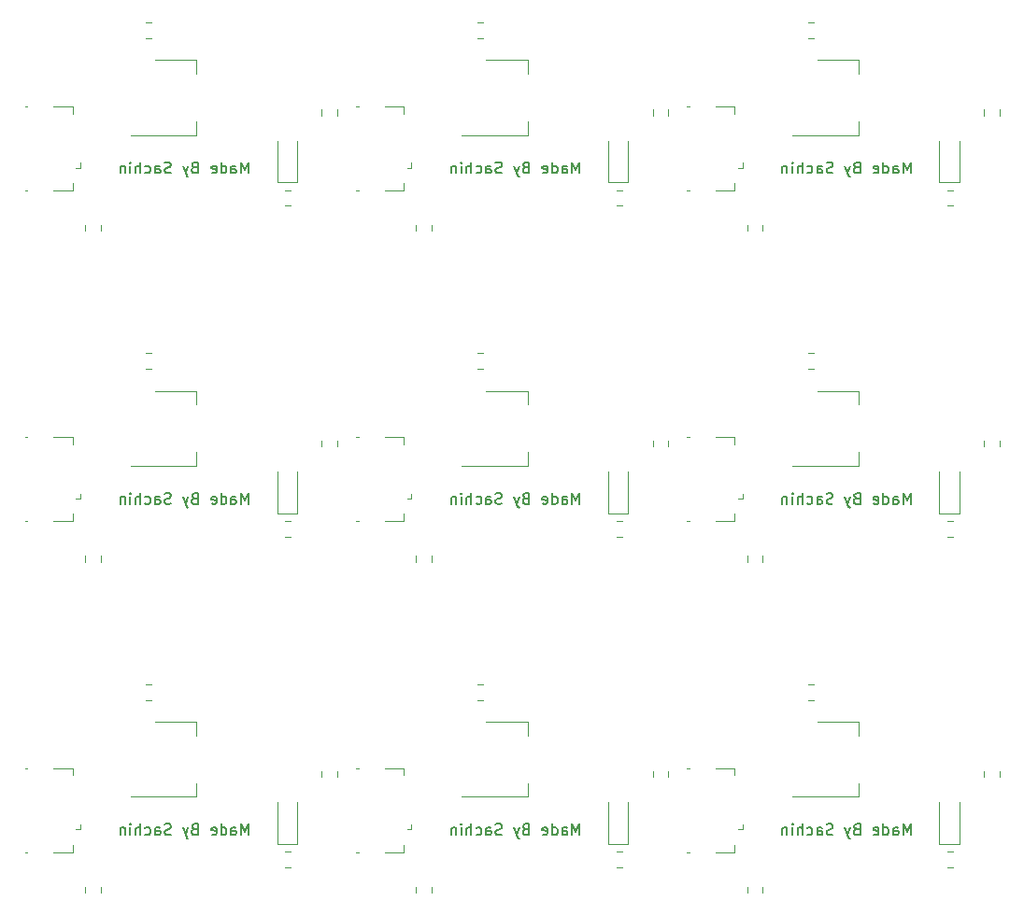
<source format=gbr>
G04 #@! TF.GenerationSoftware,KiCad,Pcbnew,5.1.4+dfsg1-1~bpo10+1*
G04 #@! TF.CreationDate,2022-07-23T13:57:56+05:30*
G04 #@! TF.ProjectId,Bolt my,426f6c74-206d-4792-9e6b-696361645f70,1.0*
G04 #@! TF.SameCoordinates,Original*
G04 #@! TF.FileFunction,Legend,Bot*
G04 #@! TF.FilePolarity,Positive*
%FSLAX46Y46*%
G04 Gerber Fmt 4.6, Leading zero omitted, Abs format (unit mm)*
G04 Created by KiCad (PCBNEW 5.1.4+dfsg1-1~bpo10+1) date 2022-07-23 13:57:56*
%MOMM*%
%LPD*%
G04 APERTURE LIST*
%ADD10C,0.150000*%
%ADD11C,0.120000*%
G04 APERTURE END LIST*
D10*
X98189523Y-95032380D02*
X98189523Y-94032380D01*
X97856190Y-94746666D01*
X97522857Y-94032380D01*
X97522857Y-95032380D01*
X96618095Y-95032380D02*
X96618095Y-94508571D01*
X96665714Y-94413333D01*
X96760952Y-94365714D01*
X96951428Y-94365714D01*
X97046666Y-94413333D01*
X96618095Y-94984761D02*
X96713333Y-95032380D01*
X96951428Y-95032380D01*
X97046666Y-94984761D01*
X97094285Y-94889523D01*
X97094285Y-94794285D01*
X97046666Y-94699047D01*
X96951428Y-94651428D01*
X96713333Y-94651428D01*
X96618095Y-94603809D01*
X95713333Y-95032380D02*
X95713333Y-94032380D01*
X95713333Y-94984761D02*
X95808571Y-95032380D01*
X95999047Y-95032380D01*
X96094285Y-94984761D01*
X96141904Y-94937142D01*
X96189523Y-94841904D01*
X96189523Y-94556190D01*
X96141904Y-94460952D01*
X96094285Y-94413333D01*
X95999047Y-94365714D01*
X95808571Y-94365714D01*
X95713333Y-94413333D01*
X94856190Y-94984761D02*
X94951428Y-95032380D01*
X95141904Y-95032380D01*
X95237142Y-94984761D01*
X95284761Y-94889523D01*
X95284761Y-94508571D01*
X95237142Y-94413333D01*
X95141904Y-94365714D01*
X94951428Y-94365714D01*
X94856190Y-94413333D01*
X94808571Y-94508571D01*
X94808571Y-94603809D01*
X95284761Y-94699047D01*
X93284761Y-94508571D02*
X93141904Y-94556190D01*
X93094285Y-94603809D01*
X93046666Y-94699047D01*
X93046666Y-94841904D01*
X93094285Y-94937142D01*
X93141904Y-94984761D01*
X93237142Y-95032380D01*
X93618095Y-95032380D01*
X93618095Y-94032380D01*
X93284761Y-94032380D01*
X93189523Y-94080000D01*
X93141904Y-94127619D01*
X93094285Y-94222857D01*
X93094285Y-94318095D01*
X93141904Y-94413333D01*
X93189523Y-94460952D01*
X93284761Y-94508571D01*
X93618095Y-94508571D01*
X92713333Y-94365714D02*
X92475238Y-95032380D01*
X92237142Y-94365714D02*
X92475238Y-95032380D01*
X92570476Y-95270476D01*
X92618095Y-95318095D01*
X92713333Y-95365714D01*
X91141904Y-94984761D02*
X90999047Y-95032380D01*
X90760952Y-95032380D01*
X90665714Y-94984761D01*
X90618095Y-94937142D01*
X90570476Y-94841904D01*
X90570476Y-94746666D01*
X90618095Y-94651428D01*
X90665714Y-94603809D01*
X90760952Y-94556190D01*
X90951428Y-94508571D01*
X91046666Y-94460952D01*
X91094285Y-94413333D01*
X91141904Y-94318095D01*
X91141904Y-94222857D01*
X91094285Y-94127619D01*
X91046666Y-94080000D01*
X90951428Y-94032380D01*
X90713333Y-94032380D01*
X90570476Y-94080000D01*
X89713333Y-95032380D02*
X89713333Y-94508571D01*
X89760952Y-94413333D01*
X89856190Y-94365714D01*
X90046666Y-94365714D01*
X90141904Y-94413333D01*
X89713333Y-94984761D02*
X89808571Y-95032380D01*
X90046666Y-95032380D01*
X90141904Y-94984761D01*
X90189523Y-94889523D01*
X90189523Y-94794285D01*
X90141904Y-94699047D01*
X90046666Y-94651428D01*
X89808571Y-94651428D01*
X89713333Y-94603809D01*
X88808571Y-94984761D02*
X88903809Y-95032380D01*
X89094285Y-95032380D01*
X89189523Y-94984761D01*
X89237142Y-94937142D01*
X89284761Y-94841904D01*
X89284761Y-94556190D01*
X89237142Y-94460952D01*
X89189523Y-94413333D01*
X89094285Y-94365714D01*
X88903809Y-94365714D01*
X88808571Y-94413333D01*
X88380000Y-95032380D02*
X88380000Y-94032380D01*
X87951428Y-95032380D02*
X87951428Y-94508571D01*
X87999047Y-94413333D01*
X88094285Y-94365714D01*
X88237142Y-94365714D01*
X88332380Y-94413333D01*
X88380000Y-94460952D01*
X87475238Y-95032380D02*
X87475238Y-94365714D01*
X87475238Y-94032380D02*
X87522857Y-94080000D01*
X87475238Y-94127619D01*
X87427619Y-94080000D01*
X87475238Y-94032380D01*
X87475238Y-94127619D01*
X86999047Y-94365714D02*
X86999047Y-95032380D01*
X86999047Y-94460952D02*
X86951428Y-94413333D01*
X86856190Y-94365714D01*
X86713333Y-94365714D01*
X86618095Y-94413333D01*
X86570476Y-94508571D01*
X86570476Y-95032380D01*
X98189523Y-65032380D02*
X98189523Y-64032380D01*
X97856190Y-64746666D01*
X97522857Y-64032380D01*
X97522857Y-65032380D01*
X96618095Y-65032380D02*
X96618095Y-64508571D01*
X96665714Y-64413333D01*
X96760952Y-64365714D01*
X96951428Y-64365714D01*
X97046666Y-64413333D01*
X96618095Y-64984761D02*
X96713333Y-65032380D01*
X96951428Y-65032380D01*
X97046666Y-64984761D01*
X97094285Y-64889523D01*
X97094285Y-64794285D01*
X97046666Y-64699047D01*
X96951428Y-64651428D01*
X96713333Y-64651428D01*
X96618095Y-64603809D01*
X95713333Y-65032380D02*
X95713333Y-64032380D01*
X95713333Y-64984761D02*
X95808571Y-65032380D01*
X95999047Y-65032380D01*
X96094285Y-64984761D01*
X96141904Y-64937142D01*
X96189523Y-64841904D01*
X96189523Y-64556190D01*
X96141904Y-64460952D01*
X96094285Y-64413333D01*
X95999047Y-64365714D01*
X95808571Y-64365714D01*
X95713333Y-64413333D01*
X94856190Y-64984761D02*
X94951428Y-65032380D01*
X95141904Y-65032380D01*
X95237142Y-64984761D01*
X95284761Y-64889523D01*
X95284761Y-64508571D01*
X95237142Y-64413333D01*
X95141904Y-64365714D01*
X94951428Y-64365714D01*
X94856190Y-64413333D01*
X94808571Y-64508571D01*
X94808571Y-64603809D01*
X95284761Y-64699047D01*
X93284761Y-64508571D02*
X93141904Y-64556190D01*
X93094285Y-64603809D01*
X93046666Y-64699047D01*
X93046666Y-64841904D01*
X93094285Y-64937142D01*
X93141904Y-64984761D01*
X93237142Y-65032380D01*
X93618095Y-65032380D01*
X93618095Y-64032380D01*
X93284761Y-64032380D01*
X93189523Y-64080000D01*
X93141904Y-64127619D01*
X93094285Y-64222857D01*
X93094285Y-64318095D01*
X93141904Y-64413333D01*
X93189523Y-64460952D01*
X93284761Y-64508571D01*
X93618095Y-64508571D01*
X92713333Y-64365714D02*
X92475238Y-65032380D01*
X92237142Y-64365714D02*
X92475238Y-65032380D01*
X92570476Y-65270476D01*
X92618095Y-65318095D01*
X92713333Y-65365714D01*
X91141904Y-64984761D02*
X90999047Y-65032380D01*
X90760952Y-65032380D01*
X90665714Y-64984761D01*
X90618095Y-64937142D01*
X90570476Y-64841904D01*
X90570476Y-64746666D01*
X90618095Y-64651428D01*
X90665714Y-64603809D01*
X90760952Y-64556190D01*
X90951428Y-64508571D01*
X91046666Y-64460952D01*
X91094285Y-64413333D01*
X91141904Y-64318095D01*
X91141904Y-64222857D01*
X91094285Y-64127619D01*
X91046666Y-64080000D01*
X90951428Y-64032380D01*
X90713333Y-64032380D01*
X90570476Y-64080000D01*
X89713333Y-65032380D02*
X89713333Y-64508571D01*
X89760952Y-64413333D01*
X89856190Y-64365714D01*
X90046666Y-64365714D01*
X90141904Y-64413333D01*
X89713333Y-64984761D02*
X89808571Y-65032380D01*
X90046666Y-65032380D01*
X90141904Y-64984761D01*
X90189523Y-64889523D01*
X90189523Y-64794285D01*
X90141904Y-64699047D01*
X90046666Y-64651428D01*
X89808571Y-64651428D01*
X89713333Y-64603809D01*
X88808571Y-64984761D02*
X88903809Y-65032380D01*
X89094285Y-65032380D01*
X89189523Y-64984761D01*
X89237142Y-64937142D01*
X89284761Y-64841904D01*
X89284761Y-64556190D01*
X89237142Y-64460952D01*
X89189523Y-64413333D01*
X89094285Y-64365714D01*
X88903809Y-64365714D01*
X88808571Y-64413333D01*
X88380000Y-65032380D02*
X88380000Y-64032380D01*
X87951428Y-65032380D02*
X87951428Y-64508571D01*
X87999047Y-64413333D01*
X88094285Y-64365714D01*
X88237142Y-64365714D01*
X88332380Y-64413333D01*
X88380000Y-64460952D01*
X87475238Y-65032380D02*
X87475238Y-64365714D01*
X87475238Y-64032380D02*
X87522857Y-64080000D01*
X87475238Y-64127619D01*
X87427619Y-64080000D01*
X87475238Y-64032380D01*
X87475238Y-64127619D01*
X86999047Y-64365714D02*
X86999047Y-65032380D01*
X86999047Y-64460952D02*
X86951428Y-64413333D01*
X86856190Y-64365714D01*
X86713333Y-64365714D01*
X86618095Y-64413333D01*
X86570476Y-64508571D01*
X86570476Y-65032380D01*
X98189523Y-35032380D02*
X98189523Y-34032380D01*
X97856190Y-34746666D01*
X97522857Y-34032380D01*
X97522857Y-35032380D01*
X96618095Y-35032380D02*
X96618095Y-34508571D01*
X96665714Y-34413333D01*
X96760952Y-34365714D01*
X96951428Y-34365714D01*
X97046666Y-34413333D01*
X96618095Y-34984761D02*
X96713333Y-35032380D01*
X96951428Y-35032380D01*
X97046666Y-34984761D01*
X97094285Y-34889523D01*
X97094285Y-34794285D01*
X97046666Y-34699047D01*
X96951428Y-34651428D01*
X96713333Y-34651428D01*
X96618095Y-34603809D01*
X95713333Y-35032380D02*
X95713333Y-34032380D01*
X95713333Y-34984761D02*
X95808571Y-35032380D01*
X95999047Y-35032380D01*
X96094285Y-34984761D01*
X96141904Y-34937142D01*
X96189523Y-34841904D01*
X96189523Y-34556190D01*
X96141904Y-34460952D01*
X96094285Y-34413333D01*
X95999047Y-34365714D01*
X95808571Y-34365714D01*
X95713333Y-34413333D01*
X94856190Y-34984761D02*
X94951428Y-35032380D01*
X95141904Y-35032380D01*
X95237142Y-34984761D01*
X95284761Y-34889523D01*
X95284761Y-34508571D01*
X95237142Y-34413333D01*
X95141904Y-34365714D01*
X94951428Y-34365714D01*
X94856190Y-34413333D01*
X94808571Y-34508571D01*
X94808571Y-34603809D01*
X95284761Y-34699047D01*
X93284761Y-34508571D02*
X93141904Y-34556190D01*
X93094285Y-34603809D01*
X93046666Y-34699047D01*
X93046666Y-34841904D01*
X93094285Y-34937142D01*
X93141904Y-34984761D01*
X93237142Y-35032380D01*
X93618095Y-35032380D01*
X93618095Y-34032380D01*
X93284761Y-34032380D01*
X93189523Y-34080000D01*
X93141904Y-34127619D01*
X93094285Y-34222857D01*
X93094285Y-34318095D01*
X93141904Y-34413333D01*
X93189523Y-34460952D01*
X93284761Y-34508571D01*
X93618095Y-34508571D01*
X92713333Y-34365714D02*
X92475238Y-35032380D01*
X92237142Y-34365714D02*
X92475238Y-35032380D01*
X92570476Y-35270476D01*
X92618095Y-35318095D01*
X92713333Y-35365714D01*
X91141904Y-34984761D02*
X90999047Y-35032380D01*
X90760952Y-35032380D01*
X90665714Y-34984761D01*
X90618095Y-34937142D01*
X90570476Y-34841904D01*
X90570476Y-34746666D01*
X90618095Y-34651428D01*
X90665714Y-34603809D01*
X90760952Y-34556190D01*
X90951428Y-34508571D01*
X91046666Y-34460952D01*
X91094285Y-34413333D01*
X91141904Y-34318095D01*
X91141904Y-34222857D01*
X91094285Y-34127619D01*
X91046666Y-34080000D01*
X90951428Y-34032380D01*
X90713333Y-34032380D01*
X90570476Y-34080000D01*
X89713333Y-35032380D02*
X89713333Y-34508571D01*
X89760952Y-34413333D01*
X89856190Y-34365714D01*
X90046666Y-34365714D01*
X90141904Y-34413333D01*
X89713333Y-34984761D02*
X89808571Y-35032380D01*
X90046666Y-35032380D01*
X90141904Y-34984761D01*
X90189523Y-34889523D01*
X90189523Y-34794285D01*
X90141904Y-34699047D01*
X90046666Y-34651428D01*
X89808571Y-34651428D01*
X89713333Y-34603809D01*
X88808571Y-34984761D02*
X88903809Y-35032380D01*
X89094285Y-35032380D01*
X89189523Y-34984761D01*
X89237142Y-34937142D01*
X89284761Y-34841904D01*
X89284761Y-34556190D01*
X89237142Y-34460952D01*
X89189523Y-34413333D01*
X89094285Y-34365714D01*
X88903809Y-34365714D01*
X88808571Y-34413333D01*
X88380000Y-35032380D02*
X88380000Y-34032380D01*
X87951428Y-35032380D02*
X87951428Y-34508571D01*
X87999047Y-34413333D01*
X88094285Y-34365714D01*
X88237142Y-34365714D01*
X88332380Y-34413333D01*
X88380000Y-34460952D01*
X87475238Y-35032380D02*
X87475238Y-34365714D01*
X87475238Y-34032380D02*
X87522857Y-34080000D01*
X87475238Y-34127619D01*
X87427619Y-34080000D01*
X87475238Y-34032380D01*
X87475238Y-34127619D01*
X86999047Y-34365714D02*
X86999047Y-35032380D01*
X86999047Y-34460952D02*
X86951428Y-34413333D01*
X86856190Y-34365714D01*
X86713333Y-34365714D01*
X86618095Y-34413333D01*
X86570476Y-34508571D01*
X86570476Y-35032380D01*
X68189523Y-95032380D02*
X68189523Y-94032380D01*
X67856190Y-94746666D01*
X67522857Y-94032380D01*
X67522857Y-95032380D01*
X66618095Y-95032380D02*
X66618095Y-94508571D01*
X66665714Y-94413333D01*
X66760952Y-94365714D01*
X66951428Y-94365714D01*
X67046666Y-94413333D01*
X66618095Y-94984761D02*
X66713333Y-95032380D01*
X66951428Y-95032380D01*
X67046666Y-94984761D01*
X67094285Y-94889523D01*
X67094285Y-94794285D01*
X67046666Y-94699047D01*
X66951428Y-94651428D01*
X66713333Y-94651428D01*
X66618095Y-94603809D01*
X65713333Y-95032380D02*
X65713333Y-94032380D01*
X65713333Y-94984761D02*
X65808571Y-95032380D01*
X65999047Y-95032380D01*
X66094285Y-94984761D01*
X66141904Y-94937142D01*
X66189523Y-94841904D01*
X66189523Y-94556190D01*
X66141904Y-94460952D01*
X66094285Y-94413333D01*
X65999047Y-94365714D01*
X65808571Y-94365714D01*
X65713333Y-94413333D01*
X64856190Y-94984761D02*
X64951428Y-95032380D01*
X65141904Y-95032380D01*
X65237142Y-94984761D01*
X65284761Y-94889523D01*
X65284761Y-94508571D01*
X65237142Y-94413333D01*
X65141904Y-94365714D01*
X64951428Y-94365714D01*
X64856190Y-94413333D01*
X64808571Y-94508571D01*
X64808571Y-94603809D01*
X65284761Y-94699047D01*
X63284761Y-94508571D02*
X63141904Y-94556190D01*
X63094285Y-94603809D01*
X63046666Y-94699047D01*
X63046666Y-94841904D01*
X63094285Y-94937142D01*
X63141904Y-94984761D01*
X63237142Y-95032380D01*
X63618095Y-95032380D01*
X63618095Y-94032380D01*
X63284761Y-94032380D01*
X63189523Y-94080000D01*
X63141904Y-94127619D01*
X63094285Y-94222857D01*
X63094285Y-94318095D01*
X63141904Y-94413333D01*
X63189523Y-94460952D01*
X63284761Y-94508571D01*
X63618095Y-94508571D01*
X62713333Y-94365714D02*
X62475238Y-95032380D01*
X62237142Y-94365714D02*
X62475238Y-95032380D01*
X62570476Y-95270476D01*
X62618095Y-95318095D01*
X62713333Y-95365714D01*
X61141904Y-94984761D02*
X60999047Y-95032380D01*
X60760952Y-95032380D01*
X60665714Y-94984761D01*
X60618095Y-94937142D01*
X60570476Y-94841904D01*
X60570476Y-94746666D01*
X60618095Y-94651428D01*
X60665714Y-94603809D01*
X60760952Y-94556190D01*
X60951428Y-94508571D01*
X61046666Y-94460952D01*
X61094285Y-94413333D01*
X61141904Y-94318095D01*
X61141904Y-94222857D01*
X61094285Y-94127619D01*
X61046666Y-94080000D01*
X60951428Y-94032380D01*
X60713333Y-94032380D01*
X60570476Y-94080000D01*
X59713333Y-95032380D02*
X59713333Y-94508571D01*
X59760952Y-94413333D01*
X59856190Y-94365714D01*
X60046666Y-94365714D01*
X60141904Y-94413333D01*
X59713333Y-94984761D02*
X59808571Y-95032380D01*
X60046666Y-95032380D01*
X60141904Y-94984761D01*
X60189523Y-94889523D01*
X60189523Y-94794285D01*
X60141904Y-94699047D01*
X60046666Y-94651428D01*
X59808571Y-94651428D01*
X59713333Y-94603809D01*
X58808571Y-94984761D02*
X58903809Y-95032380D01*
X59094285Y-95032380D01*
X59189523Y-94984761D01*
X59237142Y-94937142D01*
X59284761Y-94841904D01*
X59284761Y-94556190D01*
X59237142Y-94460952D01*
X59189523Y-94413333D01*
X59094285Y-94365714D01*
X58903809Y-94365714D01*
X58808571Y-94413333D01*
X58380000Y-95032380D02*
X58380000Y-94032380D01*
X57951428Y-95032380D02*
X57951428Y-94508571D01*
X57999047Y-94413333D01*
X58094285Y-94365714D01*
X58237142Y-94365714D01*
X58332380Y-94413333D01*
X58380000Y-94460952D01*
X57475238Y-95032380D02*
X57475238Y-94365714D01*
X57475238Y-94032380D02*
X57522857Y-94080000D01*
X57475238Y-94127619D01*
X57427619Y-94080000D01*
X57475238Y-94032380D01*
X57475238Y-94127619D01*
X56999047Y-94365714D02*
X56999047Y-95032380D01*
X56999047Y-94460952D02*
X56951428Y-94413333D01*
X56856190Y-94365714D01*
X56713333Y-94365714D01*
X56618095Y-94413333D01*
X56570476Y-94508571D01*
X56570476Y-95032380D01*
X68189523Y-65032380D02*
X68189523Y-64032380D01*
X67856190Y-64746666D01*
X67522857Y-64032380D01*
X67522857Y-65032380D01*
X66618095Y-65032380D02*
X66618095Y-64508571D01*
X66665714Y-64413333D01*
X66760952Y-64365714D01*
X66951428Y-64365714D01*
X67046666Y-64413333D01*
X66618095Y-64984761D02*
X66713333Y-65032380D01*
X66951428Y-65032380D01*
X67046666Y-64984761D01*
X67094285Y-64889523D01*
X67094285Y-64794285D01*
X67046666Y-64699047D01*
X66951428Y-64651428D01*
X66713333Y-64651428D01*
X66618095Y-64603809D01*
X65713333Y-65032380D02*
X65713333Y-64032380D01*
X65713333Y-64984761D02*
X65808571Y-65032380D01*
X65999047Y-65032380D01*
X66094285Y-64984761D01*
X66141904Y-64937142D01*
X66189523Y-64841904D01*
X66189523Y-64556190D01*
X66141904Y-64460952D01*
X66094285Y-64413333D01*
X65999047Y-64365714D01*
X65808571Y-64365714D01*
X65713333Y-64413333D01*
X64856190Y-64984761D02*
X64951428Y-65032380D01*
X65141904Y-65032380D01*
X65237142Y-64984761D01*
X65284761Y-64889523D01*
X65284761Y-64508571D01*
X65237142Y-64413333D01*
X65141904Y-64365714D01*
X64951428Y-64365714D01*
X64856190Y-64413333D01*
X64808571Y-64508571D01*
X64808571Y-64603809D01*
X65284761Y-64699047D01*
X63284761Y-64508571D02*
X63141904Y-64556190D01*
X63094285Y-64603809D01*
X63046666Y-64699047D01*
X63046666Y-64841904D01*
X63094285Y-64937142D01*
X63141904Y-64984761D01*
X63237142Y-65032380D01*
X63618095Y-65032380D01*
X63618095Y-64032380D01*
X63284761Y-64032380D01*
X63189523Y-64080000D01*
X63141904Y-64127619D01*
X63094285Y-64222857D01*
X63094285Y-64318095D01*
X63141904Y-64413333D01*
X63189523Y-64460952D01*
X63284761Y-64508571D01*
X63618095Y-64508571D01*
X62713333Y-64365714D02*
X62475238Y-65032380D01*
X62237142Y-64365714D02*
X62475238Y-65032380D01*
X62570476Y-65270476D01*
X62618095Y-65318095D01*
X62713333Y-65365714D01*
X61141904Y-64984761D02*
X60999047Y-65032380D01*
X60760952Y-65032380D01*
X60665714Y-64984761D01*
X60618095Y-64937142D01*
X60570476Y-64841904D01*
X60570476Y-64746666D01*
X60618095Y-64651428D01*
X60665714Y-64603809D01*
X60760952Y-64556190D01*
X60951428Y-64508571D01*
X61046666Y-64460952D01*
X61094285Y-64413333D01*
X61141904Y-64318095D01*
X61141904Y-64222857D01*
X61094285Y-64127619D01*
X61046666Y-64080000D01*
X60951428Y-64032380D01*
X60713333Y-64032380D01*
X60570476Y-64080000D01*
X59713333Y-65032380D02*
X59713333Y-64508571D01*
X59760952Y-64413333D01*
X59856190Y-64365714D01*
X60046666Y-64365714D01*
X60141904Y-64413333D01*
X59713333Y-64984761D02*
X59808571Y-65032380D01*
X60046666Y-65032380D01*
X60141904Y-64984761D01*
X60189523Y-64889523D01*
X60189523Y-64794285D01*
X60141904Y-64699047D01*
X60046666Y-64651428D01*
X59808571Y-64651428D01*
X59713333Y-64603809D01*
X58808571Y-64984761D02*
X58903809Y-65032380D01*
X59094285Y-65032380D01*
X59189523Y-64984761D01*
X59237142Y-64937142D01*
X59284761Y-64841904D01*
X59284761Y-64556190D01*
X59237142Y-64460952D01*
X59189523Y-64413333D01*
X59094285Y-64365714D01*
X58903809Y-64365714D01*
X58808571Y-64413333D01*
X58380000Y-65032380D02*
X58380000Y-64032380D01*
X57951428Y-65032380D02*
X57951428Y-64508571D01*
X57999047Y-64413333D01*
X58094285Y-64365714D01*
X58237142Y-64365714D01*
X58332380Y-64413333D01*
X58380000Y-64460952D01*
X57475238Y-65032380D02*
X57475238Y-64365714D01*
X57475238Y-64032380D02*
X57522857Y-64080000D01*
X57475238Y-64127619D01*
X57427619Y-64080000D01*
X57475238Y-64032380D01*
X57475238Y-64127619D01*
X56999047Y-64365714D02*
X56999047Y-65032380D01*
X56999047Y-64460952D02*
X56951428Y-64413333D01*
X56856190Y-64365714D01*
X56713333Y-64365714D01*
X56618095Y-64413333D01*
X56570476Y-64508571D01*
X56570476Y-65032380D01*
X68189523Y-35032380D02*
X68189523Y-34032380D01*
X67856190Y-34746666D01*
X67522857Y-34032380D01*
X67522857Y-35032380D01*
X66618095Y-35032380D02*
X66618095Y-34508571D01*
X66665714Y-34413333D01*
X66760952Y-34365714D01*
X66951428Y-34365714D01*
X67046666Y-34413333D01*
X66618095Y-34984761D02*
X66713333Y-35032380D01*
X66951428Y-35032380D01*
X67046666Y-34984761D01*
X67094285Y-34889523D01*
X67094285Y-34794285D01*
X67046666Y-34699047D01*
X66951428Y-34651428D01*
X66713333Y-34651428D01*
X66618095Y-34603809D01*
X65713333Y-35032380D02*
X65713333Y-34032380D01*
X65713333Y-34984761D02*
X65808571Y-35032380D01*
X65999047Y-35032380D01*
X66094285Y-34984761D01*
X66141904Y-34937142D01*
X66189523Y-34841904D01*
X66189523Y-34556190D01*
X66141904Y-34460952D01*
X66094285Y-34413333D01*
X65999047Y-34365714D01*
X65808571Y-34365714D01*
X65713333Y-34413333D01*
X64856190Y-34984761D02*
X64951428Y-35032380D01*
X65141904Y-35032380D01*
X65237142Y-34984761D01*
X65284761Y-34889523D01*
X65284761Y-34508571D01*
X65237142Y-34413333D01*
X65141904Y-34365714D01*
X64951428Y-34365714D01*
X64856190Y-34413333D01*
X64808571Y-34508571D01*
X64808571Y-34603809D01*
X65284761Y-34699047D01*
X63284761Y-34508571D02*
X63141904Y-34556190D01*
X63094285Y-34603809D01*
X63046666Y-34699047D01*
X63046666Y-34841904D01*
X63094285Y-34937142D01*
X63141904Y-34984761D01*
X63237142Y-35032380D01*
X63618095Y-35032380D01*
X63618095Y-34032380D01*
X63284761Y-34032380D01*
X63189523Y-34080000D01*
X63141904Y-34127619D01*
X63094285Y-34222857D01*
X63094285Y-34318095D01*
X63141904Y-34413333D01*
X63189523Y-34460952D01*
X63284761Y-34508571D01*
X63618095Y-34508571D01*
X62713333Y-34365714D02*
X62475238Y-35032380D01*
X62237142Y-34365714D02*
X62475238Y-35032380D01*
X62570476Y-35270476D01*
X62618095Y-35318095D01*
X62713333Y-35365714D01*
X61141904Y-34984761D02*
X60999047Y-35032380D01*
X60760952Y-35032380D01*
X60665714Y-34984761D01*
X60618095Y-34937142D01*
X60570476Y-34841904D01*
X60570476Y-34746666D01*
X60618095Y-34651428D01*
X60665714Y-34603809D01*
X60760952Y-34556190D01*
X60951428Y-34508571D01*
X61046666Y-34460952D01*
X61094285Y-34413333D01*
X61141904Y-34318095D01*
X61141904Y-34222857D01*
X61094285Y-34127619D01*
X61046666Y-34080000D01*
X60951428Y-34032380D01*
X60713333Y-34032380D01*
X60570476Y-34080000D01*
X59713333Y-35032380D02*
X59713333Y-34508571D01*
X59760952Y-34413333D01*
X59856190Y-34365714D01*
X60046666Y-34365714D01*
X60141904Y-34413333D01*
X59713333Y-34984761D02*
X59808571Y-35032380D01*
X60046666Y-35032380D01*
X60141904Y-34984761D01*
X60189523Y-34889523D01*
X60189523Y-34794285D01*
X60141904Y-34699047D01*
X60046666Y-34651428D01*
X59808571Y-34651428D01*
X59713333Y-34603809D01*
X58808571Y-34984761D02*
X58903809Y-35032380D01*
X59094285Y-35032380D01*
X59189523Y-34984761D01*
X59237142Y-34937142D01*
X59284761Y-34841904D01*
X59284761Y-34556190D01*
X59237142Y-34460952D01*
X59189523Y-34413333D01*
X59094285Y-34365714D01*
X58903809Y-34365714D01*
X58808571Y-34413333D01*
X58380000Y-35032380D02*
X58380000Y-34032380D01*
X57951428Y-35032380D02*
X57951428Y-34508571D01*
X57999047Y-34413333D01*
X58094285Y-34365714D01*
X58237142Y-34365714D01*
X58332380Y-34413333D01*
X58380000Y-34460952D01*
X57475238Y-35032380D02*
X57475238Y-34365714D01*
X57475238Y-34032380D02*
X57522857Y-34080000D01*
X57475238Y-34127619D01*
X57427619Y-34080000D01*
X57475238Y-34032380D01*
X57475238Y-34127619D01*
X56999047Y-34365714D02*
X56999047Y-35032380D01*
X56999047Y-34460952D02*
X56951428Y-34413333D01*
X56856190Y-34365714D01*
X56713333Y-34365714D01*
X56618095Y-34413333D01*
X56570476Y-34508571D01*
X56570476Y-35032380D01*
X38189523Y-95032380D02*
X38189523Y-94032380D01*
X37856190Y-94746666D01*
X37522857Y-94032380D01*
X37522857Y-95032380D01*
X36618095Y-95032380D02*
X36618095Y-94508571D01*
X36665714Y-94413333D01*
X36760952Y-94365714D01*
X36951428Y-94365714D01*
X37046666Y-94413333D01*
X36618095Y-94984761D02*
X36713333Y-95032380D01*
X36951428Y-95032380D01*
X37046666Y-94984761D01*
X37094285Y-94889523D01*
X37094285Y-94794285D01*
X37046666Y-94699047D01*
X36951428Y-94651428D01*
X36713333Y-94651428D01*
X36618095Y-94603809D01*
X35713333Y-95032380D02*
X35713333Y-94032380D01*
X35713333Y-94984761D02*
X35808571Y-95032380D01*
X35999047Y-95032380D01*
X36094285Y-94984761D01*
X36141904Y-94937142D01*
X36189523Y-94841904D01*
X36189523Y-94556190D01*
X36141904Y-94460952D01*
X36094285Y-94413333D01*
X35999047Y-94365714D01*
X35808571Y-94365714D01*
X35713333Y-94413333D01*
X34856190Y-94984761D02*
X34951428Y-95032380D01*
X35141904Y-95032380D01*
X35237142Y-94984761D01*
X35284761Y-94889523D01*
X35284761Y-94508571D01*
X35237142Y-94413333D01*
X35141904Y-94365714D01*
X34951428Y-94365714D01*
X34856190Y-94413333D01*
X34808571Y-94508571D01*
X34808571Y-94603809D01*
X35284761Y-94699047D01*
X33284761Y-94508571D02*
X33141904Y-94556190D01*
X33094285Y-94603809D01*
X33046666Y-94699047D01*
X33046666Y-94841904D01*
X33094285Y-94937142D01*
X33141904Y-94984761D01*
X33237142Y-95032380D01*
X33618095Y-95032380D01*
X33618095Y-94032380D01*
X33284761Y-94032380D01*
X33189523Y-94080000D01*
X33141904Y-94127619D01*
X33094285Y-94222857D01*
X33094285Y-94318095D01*
X33141904Y-94413333D01*
X33189523Y-94460952D01*
X33284761Y-94508571D01*
X33618095Y-94508571D01*
X32713333Y-94365714D02*
X32475238Y-95032380D01*
X32237142Y-94365714D02*
X32475238Y-95032380D01*
X32570476Y-95270476D01*
X32618095Y-95318095D01*
X32713333Y-95365714D01*
X31141904Y-94984761D02*
X30999047Y-95032380D01*
X30760952Y-95032380D01*
X30665714Y-94984761D01*
X30618095Y-94937142D01*
X30570476Y-94841904D01*
X30570476Y-94746666D01*
X30618095Y-94651428D01*
X30665714Y-94603809D01*
X30760952Y-94556190D01*
X30951428Y-94508571D01*
X31046666Y-94460952D01*
X31094285Y-94413333D01*
X31141904Y-94318095D01*
X31141904Y-94222857D01*
X31094285Y-94127619D01*
X31046666Y-94080000D01*
X30951428Y-94032380D01*
X30713333Y-94032380D01*
X30570476Y-94080000D01*
X29713333Y-95032380D02*
X29713333Y-94508571D01*
X29760952Y-94413333D01*
X29856190Y-94365714D01*
X30046666Y-94365714D01*
X30141904Y-94413333D01*
X29713333Y-94984761D02*
X29808571Y-95032380D01*
X30046666Y-95032380D01*
X30141904Y-94984761D01*
X30189523Y-94889523D01*
X30189523Y-94794285D01*
X30141904Y-94699047D01*
X30046666Y-94651428D01*
X29808571Y-94651428D01*
X29713333Y-94603809D01*
X28808571Y-94984761D02*
X28903809Y-95032380D01*
X29094285Y-95032380D01*
X29189523Y-94984761D01*
X29237142Y-94937142D01*
X29284761Y-94841904D01*
X29284761Y-94556190D01*
X29237142Y-94460952D01*
X29189523Y-94413333D01*
X29094285Y-94365714D01*
X28903809Y-94365714D01*
X28808571Y-94413333D01*
X28380000Y-95032380D02*
X28380000Y-94032380D01*
X27951428Y-95032380D02*
X27951428Y-94508571D01*
X27999047Y-94413333D01*
X28094285Y-94365714D01*
X28237142Y-94365714D01*
X28332380Y-94413333D01*
X28380000Y-94460952D01*
X27475238Y-95032380D02*
X27475238Y-94365714D01*
X27475238Y-94032380D02*
X27522857Y-94080000D01*
X27475238Y-94127619D01*
X27427619Y-94080000D01*
X27475238Y-94032380D01*
X27475238Y-94127619D01*
X26999047Y-94365714D02*
X26999047Y-95032380D01*
X26999047Y-94460952D02*
X26951428Y-94413333D01*
X26856190Y-94365714D01*
X26713333Y-94365714D01*
X26618095Y-94413333D01*
X26570476Y-94508571D01*
X26570476Y-95032380D01*
X38189523Y-65032380D02*
X38189523Y-64032380D01*
X37856190Y-64746666D01*
X37522857Y-64032380D01*
X37522857Y-65032380D01*
X36618095Y-65032380D02*
X36618095Y-64508571D01*
X36665714Y-64413333D01*
X36760952Y-64365714D01*
X36951428Y-64365714D01*
X37046666Y-64413333D01*
X36618095Y-64984761D02*
X36713333Y-65032380D01*
X36951428Y-65032380D01*
X37046666Y-64984761D01*
X37094285Y-64889523D01*
X37094285Y-64794285D01*
X37046666Y-64699047D01*
X36951428Y-64651428D01*
X36713333Y-64651428D01*
X36618095Y-64603809D01*
X35713333Y-65032380D02*
X35713333Y-64032380D01*
X35713333Y-64984761D02*
X35808571Y-65032380D01*
X35999047Y-65032380D01*
X36094285Y-64984761D01*
X36141904Y-64937142D01*
X36189523Y-64841904D01*
X36189523Y-64556190D01*
X36141904Y-64460952D01*
X36094285Y-64413333D01*
X35999047Y-64365714D01*
X35808571Y-64365714D01*
X35713333Y-64413333D01*
X34856190Y-64984761D02*
X34951428Y-65032380D01*
X35141904Y-65032380D01*
X35237142Y-64984761D01*
X35284761Y-64889523D01*
X35284761Y-64508571D01*
X35237142Y-64413333D01*
X35141904Y-64365714D01*
X34951428Y-64365714D01*
X34856190Y-64413333D01*
X34808571Y-64508571D01*
X34808571Y-64603809D01*
X35284761Y-64699047D01*
X33284761Y-64508571D02*
X33141904Y-64556190D01*
X33094285Y-64603809D01*
X33046666Y-64699047D01*
X33046666Y-64841904D01*
X33094285Y-64937142D01*
X33141904Y-64984761D01*
X33237142Y-65032380D01*
X33618095Y-65032380D01*
X33618095Y-64032380D01*
X33284761Y-64032380D01*
X33189523Y-64080000D01*
X33141904Y-64127619D01*
X33094285Y-64222857D01*
X33094285Y-64318095D01*
X33141904Y-64413333D01*
X33189523Y-64460952D01*
X33284761Y-64508571D01*
X33618095Y-64508571D01*
X32713333Y-64365714D02*
X32475238Y-65032380D01*
X32237142Y-64365714D02*
X32475238Y-65032380D01*
X32570476Y-65270476D01*
X32618095Y-65318095D01*
X32713333Y-65365714D01*
X31141904Y-64984761D02*
X30999047Y-65032380D01*
X30760952Y-65032380D01*
X30665714Y-64984761D01*
X30618095Y-64937142D01*
X30570476Y-64841904D01*
X30570476Y-64746666D01*
X30618095Y-64651428D01*
X30665714Y-64603809D01*
X30760952Y-64556190D01*
X30951428Y-64508571D01*
X31046666Y-64460952D01*
X31094285Y-64413333D01*
X31141904Y-64318095D01*
X31141904Y-64222857D01*
X31094285Y-64127619D01*
X31046666Y-64080000D01*
X30951428Y-64032380D01*
X30713333Y-64032380D01*
X30570476Y-64080000D01*
X29713333Y-65032380D02*
X29713333Y-64508571D01*
X29760952Y-64413333D01*
X29856190Y-64365714D01*
X30046666Y-64365714D01*
X30141904Y-64413333D01*
X29713333Y-64984761D02*
X29808571Y-65032380D01*
X30046666Y-65032380D01*
X30141904Y-64984761D01*
X30189523Y-64889523D01*
X30189523Y-64794285D01*
X30141904Y-64699047D01*
X30046666Y-64651428D01*
X29808571Y-64651428D01*
X29713333Y-64603809D01*
X28808571Y-64984761D02*
X28903809Y-65032380D01*
X29094285Y-65032380D01*
X29189523Y-64984761D01*
X29237142Y-64937142D01*
X29284761Y-64841904D01*
X29284761Y-64556190D01*
X29237142Y-64460952D01*
X29189523Y-64413333D01*
X29094285Y-64365714D01*
X28903809Y-64365714D01*
X28808571Y-64413333D01*
X28380000Y-65032380D02*
X28380000Y-64032380D01*
X27951428Y-65032380D02*
X27951428Y-64508571D01*
X27999047Y-64413333D01*
X28094285Y-64365714D01*
X28237142Y-64365714D01*
X28332380Y-64413333D01*
X28380000Y-64460952D01*
X27475238Y-65032380D02*
X27475238Y-64365714D01*
X27475238Y-64032380D02*
X27522857Y-64080000D01*
X27475238Y-64127619D01*
X27427619Y-64080000D01*
X27475238Y-64032380D01*
X27475238Y-64127619D01*
X26999047Y-64365714D02*
X26999047Y-65032380D01*
X26999047Y-64460952D02*
X26951428Y-64413333D01*
X26856190Y-64365714D01*
X26713333Y-64365714D01*
X26618095Y-64413333D01*
X26570476Y-64508571D01*
X26570476Y-65032380D01*
X38189523Y-35032380D02*
X38189523Y-34032380D01*
X37856190Y-34746666D01*
X37522857Y-34032380D01*
X37522857Y-35032380D01*
X36618095Y-35032380D02*
X36618095Y-34508571D01*
X36665714Y-34413333D01*
X36760952Y-34365714D01*
X36951428Y-34365714D01*
X37046666Y-34413333D01*
X36618095Y-34984761D02*
X36713333Y-35032380D01*
X36951428Y-35032380D01*
X37046666Y-34984761D01*
X37094285Y-34889523D01*
X37094285Y-34794285D01*
X37046666Y-34699047D01*
X36951428Y-34651428D01*
X36713333Y-34651428D01*
X36618095Y-34603809D01*
X35713333Y-35032380D02*
X35713333Y-34032380D01*
X35713333Y-34984761D02*
X35808571Y-35032380D01*
X35999047Y-35032380D01*
X36094285Y-34984761D01*
X36141904Y-34937142D01*
X36189523Y-34841904D01*
X36189523Y-34556190D01*
X36141904Y-34460952D01*
X36094285Y-34413333D01*
X35999047Y-34365714D01*
X35808571Y-34365714D01*
X35713333Y-34413333D01*
X34856190Y-34984761D02*
X34951428Y-35032380D01*
X35141904Y-35032380D01*
X35237142Y-34984761D01*
X35284761Y-34889523D01*
X35284761Y-34508571D01*
X35237142Y-34413333D01*
X35141904Y-34365714D01*
X34951428Y-34365714D01*
X34856190Y-34413333D01*
X34808571Y-34508571D01*
X34808571Y-34603809D01*
X35284761Y-34699047D01*
X33284761Y-34508571D02*
X33141904Y-34556190D01*
X33094285Y-34603809D01*
X33046666Y-34699047D01*
X33046666Y-34841904D01*
X33094285Y-34937142D01*
X33141904Y-34984761D01*
X33237142Y-35032380D01*
X33618095Y-35032380D01*
X33618095Y-34032380D01*
X33284761Y-34032380D01*
X33189523Y-34080000D01*
X33141904Y-34127619D01*
X33094285Y-34222857D01*
X33094285Y-34318095D01*
X33141904Y-34413333D01*
X33189523Y-34460952D01*
X33284761Y-34508571D01*
X33618095Y-34508571D01*
X32713333Y-34365714D02*
X32475238Y-35032380D01*
X32237142Y-34365714D02*
X32475238Y-35032380D01*
X32570476Y-35270476D01*
X32618095Y-35318095D01*
X32713333Y-35365714D01*
X31141904Y-34984761D02*
X30999047Y-35032380D01*
X30760952Y-35032380D01*
X30665714Y-34984761D01*
X30618095Y-34937142D01*
X30570476Y-34841904D01*
X30570476Y-34746666D01*
X30618095Y-34651428D01*
X30665714Y-34603809D01*
X30760952Y-34556190D01*
X30951428Y-34508571D01*
X31046666Y-34460952D01*
X31094285Y-34413333D01*
X31141904Y-34318095D01*
X31141904Y-34222857D01*
X31094285Y-34127619D01*
X31046666Y-34080000D01*
X30951428Y-34032380D01*
X30713333Y-34032380D01*
X30570476Y-34080000D01*
X29713333Y-35032380D02*
X29713333Y-34508571D01*
X29760952Y-34413333D01*
X29856190Y-34365714D01*
X30046666Y-34365714D01*
X30141904Y-34413333D01*
X29713333Y-34984761D02*
X29808571Y-35032380D01*
X30046666Y-35032380D01*
X30141904Y-34984761D01*
X30189523Y-34889523D01*
X30189523Y-34794285D01*
X30141904Y-34699047D01*
X30046666Y-34651428D01*
X29808571Y-34651428D01*
X29713333Y-34603809D01*
X28808571Y-34984761D02*
X28903809Y-35032380D01*
X29094285Y-35032380D01*
X29189523Y-34984761D01*
X29237142Y-34937142D01*
X29284761Y-34841904D01*
X29284761Y-34556190D01*
X29237142Y-34460952D01*
X29189523Y-34413333D01*
X29094285Y-34365714D01*
X28903809Y-34365714D01*
X28808571Y-34413333D01*
X28380000Y-35032380D02*
X28380000Y-34032380D01*
X27951428Y-35032380D02*
X27951428Y-34508571D01*
X27999047Y-34413333D01*
X28094285Y-34365714D01*
X28237142Y-34365714D01*
X28332380Y-34413333D01*
X28380000Y-34460952D01*
X27475238Y-35032380D02*
X27475238Y-34365714D01*
X27475238Y-34032380D02*
X27522857Y-34080000D01*
X27475238Y-34127619D01*
X27427619Y-34080000D01*
X27475238Y-34032380D01*
X27475238Y-34127619D01*
X26999047Y-34365714D02*
X26999047Y-35032380D01*
X26999047Y-34460952D02*
X26951428Y-34413333D01*
X26856190Y-34365714D01*
X26713333Y-34365714D01*
X26618095Y-34413333D01*
X26570476Y-34508571D01*
X26570476Y-35032380D01*
D11*
X87480000Y-61590000D02*
X93490000Y-61590000D01*
X89730000Y-54770000D02*
X93490000Y-54770000D01*
X93490000Y-61590000D02*
X93490000Y-60330000D01*
X93490000Y-54770000D02*
X93490000Y-56030000D01*
X100780000Y-65880000D02*
X100780000Y-62080000D01*
X102580000Y-65880000D02*
X100780000Y-65880000D01*
X102580000Y-62080000D02*
X102580000Y-65880000D01*
X106240000Y-59268748D02*
X106240000Y-59791252D01*
X104820000Y-59268748D02*
X104820000Y-59791252D01*
X100780000Y-95880000D02*
X100780000Y-92080000D01*
X102580000Y-95880000D02*
X100780000Y-95880000D01*
X102580000Y-92080000D02*
X102580000Y-95880000D01*
X88893748Y-81370000D02*
X89416252Y-81370000D01*
X88893748Y-82790000D02*
X89416252Y-82790000D01*
X87480000Y-91590000D02*
X93490000Y-91590000D01*
X89730000Y-84770000D02*
X93490000Y-84770000D01*
X93490000Y-91590000D02*
X93490000Y-90330000D01*
X93490000Y-84770000D02*
X93490000Y-86030000D01*
X84790000Y-69743748D02*
X84790000Y-70266252D01*
X83370000Y-69743748D02*
X83370000Y-70266252D01*
X84790000Y-99743748D02*
X84790000Y-100266252D01*
X83370000Y-99743748D02*
X83370000Y-100266252D01*
X106240000Y-89268748D02*
X106240000Y-89791252D01*
X104820000Y-89268748D02*
X104820000Y-89791252D01*
X82940000Y-94540000D02*
X82550000Y-94540000D01*
X82940000Y-94540000D02*
X82940000Y-94090000D01*
X82240000Y-88970000D02*
X82240000Y-89620000D01*
X80510000Y-88970000D02*
X82240000Y-88970000D01*
X77940000Y-96590000D02*
X78150000Y-96590000D01*
X77940000Y-88970000D02*
X78150000Y-88970000D01*
X80510000Y-96590000D02*
X82240000Y-96590000D01*
X82240000Y-96590000D02*
X82240000Y-95930000D01*
X101518748Y-96570000D02*
X102041252Y-96570000D01*
X101518748Y-97990000D02*
X102041252Y-97990000D01*
X102580000Y-32080000D02*
X102580000Y-35880000D01*
X102580000Y-35880000D02*
X100780000Y-35880000D01*
X100780000Y-35880000D02*
X100780000Y-32080000D01*
X88893748Y-22790000D02*
X89416252Y-22790000D01*
X88893748Y-21370000D02*
X89416252Y-21370000D01*
X101518748Y-37990000D02*
X102041252Y-37990000D01*
X101518748Y-36570000D02*
X102041252Y-36570000D01*
X93490000Y-24770000D02*
X93490000Y-26030000D01*
X93490000Y-31590000D02*
X93490000Y-30330000D01*
X89730000Y-24770000D02*
X93490000Y-24770000D01*
X87480000Y-31590000D02*
X93490000Y-31590000D01*
X82240000Y-36590000D02*
X82240000Y-35930000D01*
X80510000Y-36590000D02*
X82240000Y-36590000D01*
X77940000Y-28970000D02*
X78150000Y-28970000D01*
X77940000Y-36590000D02*
X78150000Y-36590000D01*
X80510000Y-28970000D02*
X82240000Y-28970000D01*
X82240000Y-28970000D02*
X82240000Y-29620000D01*
X82940000Y-34540000D02*
X82940000Y-34090000D01*
X82940000Y-34540000D02*
X82550000Y-34540000D01*
X83370000Y-39743748D02*
X83370000Y-40266252D01*
X84790000Y-39743748D02*
X84790000Y-40266252D01*
X104820000Y-29268748D02*
X104820000Y-29791252D01*
X106240000Y-29268748D02*
X106240000Y-29791252D01*
X88893748Y-51370000D02*
X89416252Y-51370000D01*
X88893748Y-52790000D02*
X89416252Y-52790000D01*
X82940000Y-64540000D02*
X82550000Y-64540000D01*
X82940000Y-64540000D02*
X82940000Y-64090000D01*
X82240000Y-58970000D02*
X82240000Y-59620000D01*
X80510000Y-58970000D02*
X82240000Y-58970000D01*
X77940000Y-66590000D02*
X78150000Y-66590000D01*
X77940000Y-58970000D02*
X78150000Y-58970000D01*
X80510000Y-66590000D02*
X82240000Y-66590000D01*
X82240000Y-66590000D02*
X82240000Y-65930000D01*
X101518748Y-66570000D02*
X102041252Y-66570000D01*
X101518748Y-67990000D02*
X102041252Y-67990000D01*
X57480000Y-61590000D02*
X63490000Y-61590000D01*
X59730000Y-54770000D02*
X63490000Y-54770000D01*
X63490000Y-61590000D02*
X63490000Y-60330000D01*
X63490000Y-54770000D02*
X63490000Y-56030000D01*
X70780000Y-65880000D02*
X70780000Y-62080000D01*
X72580000Y-65880000D02*
X70780000Y-65880000D01*
X72580000Y-62080000D02*
X72580000Y-65880000D01*
X76240000Y-59268748D02*
X76240000Y-59791252D01*
X74820000Y-59268748D02*
X74820000Y-59791252D01*
X70780000Y-95880000D02*
X70780000Y-92080000D01*
X72580000Y-95880000D02*
X70780000Y-95880000D01*
X72580000Y-92080000D02*
X72580000Y-95880000D01*
X58893748Y-81370000D02*
X59416252Y-81370000D01*
X58893748Y-82790000D02*
X59416252Y-82790000D01*
X57480000Y-91590000D02*
X63490000Y-91590000D01*
X59730000Y-84770000D02*
X63490000Y-84770000D01*
X63490000Y-91590000D02*
X63490000Y-90330000D01*
X63490000Y-84770000D02*
X63490000Y-86030000D01*
X54790000Y-69743748D02*
X54790000Y-70266252D01*
X53370000Y-69743748D02*
X53370000Y-70266252D01*
X54790000Y-99743748D02*
X54790000Y-100266252D01*
X53370000Y-99743748D02*
X53370000Y-100266252D01*
X76240000Y-89268748D02*
X76240000Y-89791252D01*
X74820000Y-89268748D02*
X74820000Y-89791252D01*
X52940000Y-94540000D02*
X52550000Y-94540000D01*
X52940000Y-94540000D02*
X52940000Y-94090000D01*
X52240000Y-88970000D02*
X52240000Y-89620000D01*
X50510000Y-88970000D02*
X52240000Y-88970000D01*
X47940000Y-96590000D02*
X48150000Y-96590000D01*
X47940000Y-88970000D02*
X48150000Y-88970000D01*
X50510000Y-96590000D02*
X52240000Y-96590000D01*
X52240000Y-96590000D02*
X52240000Y-95930000D01*
X71518748Y-96570000D02*
X72041252Y-96570000D01*
X71518748Y-97990000D02*
X72041252Y-97990000D01*
X72580000Y-32080000D02*
X72580000Y-35880000D01*
X72580000Y-35880000D02*
X70780000Y-35880000D01*
X70780000Y-35880000D02*
X70780000Y-32080000D01*
X58893748Y-22790000D02*
X59416252Y-22790000D01*
X58893748Y-21370000D02*
X59416252Y-21370000D01*
X71518748Y-37990000D02*
X72041252Y-37990000D01*
X71518748Y-36570000D02*
X72041252Y-36570000D01*
X63490000Y-24770000D02*
X63490000Y-26030000D01*
X63490000Y-31590000D02*
X63490000Y-30330000D01*
X59730000Y-24770000D02*
X63490000Y-24770000D01*
X57480000Y-31590000D02*
X63490000Y-31590000D01*
X52240000Y-36590000D02*
X52240000Y-35930000D01*
X50510000Y-36590000D02*
X52240000Y-36590000D01*
X47940000Y-28970000D02*
X48150000Y-28970000D01*
X47940000Y-36590000D02*
X48150000Y-36590000D01*
X50510000Y-28970000D02*
X52240000Y-28970000D01*
X52240000Y-28970000D02*
X52240000Y-29620000D01*
X52940000Y-34540000D02*
X52940000Y-34090000D01*
X52940000Y-34540000D02*
X52550000Y-34540000D01*
X53370000Y-39743748D02*
X53370000Y-40266252D01*
X54790000Y-39743748D02*
X54790000Y-40266252D01*
X74820000Y-29268748D02*
X74820000Y-29791252D01*
X76240000Y-29268748D02*
X76240000Y-29791252D01*
X58893748Y-51370000D02*
X59416252Y-51370000D01*
X58893748Y-52790000D02*
X59416252Y-52790000D01*
X52940000Y-64540000D02*
X52550000Y-64540000D01*
X52940000Y-64540000D02*
X52940000Y-64090000D01*
X52240000Y-58970000D02*
X52240000Y-59620000D01*
X50510000Y-58970000D02*
X52240000Y-58970000D01*
X47940000Y-66590000D02*
X48150000Y-66590000D01*
X47940000Y-58970000D02*
X48150000Y-58970000D01*
X50510000Y-66590000D02*
X52240000Y-66590000D01*
X52240000Y-66590000D02*
X52240000Y-65930000D01*
X71518748Y-66570000D02*
X72041252Y-66570000D01*
X71518748Y-67990000D02*
X72041252Y-67990000D01*
X42580000Y-92080000D02*
X42580000Y-95880000D01*
X42580000Y-95880000D02*
X40780000Y-95880000D01*
X40780000Y-95880000D02*
X40780000Y-92080000D01*
X28893748Y-82790000D02*
X29416252Y-82790000D01*
X28893748Y-81370000D02*
X29416252Y-81370000D01*
X41518748Y-97990000D02*
X42041252Y-97990000D01*
X41518748Y-96570000D02*
X42041252Y-96570000D01*
X33490000Y-84770000D02*
X33490000Y-86030000D01*
X33490000Y-91590000D02*
X33490000Y-90330000D01*
X29730000Y-84770000D02*
X33490000Y-84770000D01*
X27480000Y-91590000D02*
X33490000Y-91590000D01*
X22240000Y-96590000D02*
X22240000Y-95930000D01*
X20510000Y-96590000D02*
X22240000Y-96590000D01*
X17940000Y-88970000D02*
X18150000Y-88970000D01*
X17940000Y-96590000D02*
X18150000Y-96590000D01*
X20510000Y-88970000D02*
X22240000Y-88970000D01*
X22240000Y-88970000D02*
X22240000Y-89620000D01*
X22940000Y-94540000D02*
X22940000Y-94090000D01*
X22940000Y-94540000D02*
X22550000Y-94540000D01*
X23370000Y-99743748D02*
X23370000Y-100266252D01*
X24790000Y-99743748D02*
X24790000Y-100266252D01*
X44820000Y-89268748D02*
X44820000Y-89791252D01*
X46240000Y-89268748D02*
X46240000Y-89791252D01*
X42580000Y-62080000D02*
X42580000Y-65880000D01*
X42580000Y-65880000D02*
X40780000Y-65880000D01*
X40780000Y-65880000D02*
X40780000Y-62080000D01*
X28893748Y-52790000D02*
X29416252Y-52790000D01*
X28893748Y-51370000D02*
X29416252Y-51370000D01*
X41518748Y-67990000D02*
X42041252Y-67990000D01*
X41518748Y-66570000D02*
X42041252Y-66570000D01*
X33490000Y-54770000D02*
X33490000Y-56030000D01*
X33490000Y-61590000D02*
X33490000Y-60330000D01*
X29730000Y-54770000D02*
X33490000Y-54770000D01*
X27480000Y-61590000D02*
X33490000Y-61590000D01*
X22240000Y-66590000D02*
X22240000Y-65930000D01*
X20510000Y-66590000D02*
X22240000Y-66590000D01*
X17940000Y-58970000D02*
X18150000Y-58970000D01*
X17940000Y-66590000D02*
X18150000Y-66590000D01*
X20510000Y-58970000D02*
X22240000Y-58970000D01*
X22240000Y-58970000D02*
X22240000Y-59620000D01*
X22940000Y-64540000D02*
X22940000Y-64090000D01*
X22940000Y-64540000D02*
X22550000Y-64540000D01*
X23370000Y-69743748D02*
X23370000Y-70266252D01*
X24790000Y-69743748D02*
X24790000Y-70266252D01*
X44820000Y-59268748D02*
X44820000Y-59791252D01*
X46240000Y-59268748D02*
X46240000Y-59791252D01*
X40780000Y-35880000D02*
X40780000Y-32080000D01*
X42580000Y-35880000D02*
X40780000Y-35880000D01*
X42580000Y-32080000D02*
X42580000Y-35880000D01*
X27480000Y-31590000D02*
X33490000Y-31590000D01*
X29730000Y-24770000D02*
X33490000Y-24770000D01*
X33490000Y-31590000D02*
X33490000Y-30330000D01*
X33490000Y-24770000D02*
X33490000Y-26030000D01*
X41518748Y-36570000D02*
X42041252Y-36570000D01*
X41518748Y-37990000D02*
X42041252Y-37990000D01*
X46240000Y-29268748D02*
X46240000Y-29791252D01*
X44820000Y-29268748D02*
X44820000Y-29791252D01*
X22940000Y-34540000D02*
X22550000Y-34540000D01*
X22940000Y-34540000D02*
X22940000Y-34090000D01*
X22240000Y-28970000D02*
X22240000Y-29620000D01*
X20510000Y-28970000D02*
X22240000Y-28970000D01*
X17940000Y-36590000D02*
X18150000Y-36590000D01*
X17940000Y-28970000D02*
X18150000Y-28970000D01*
X20510000Y-36590000D02*
X22240000Y-36590000D01*
X22240000Y-36590000D02*
X22240000Y-35930000D01*
X28893748Y-21370000D02*
X29416252Y-21370000D01*
X28893748Y-22790000D02*
X29416252Y-22790000D01*
X24790000Y-39743748D02*
X24790000Y-40266252D01*
X23370000Y-39743748D02*
X23370000Y-40266252D01*
M02*

</source>
